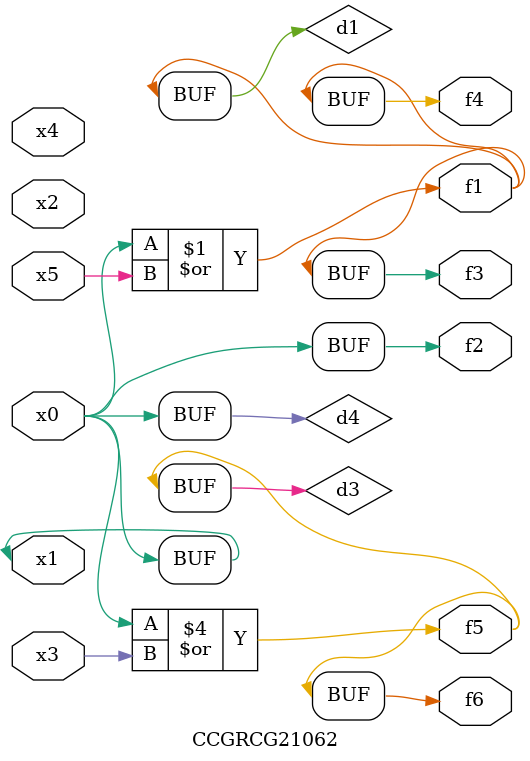
<source format=v>
module CCGRCG21062(
	input x0, x1, x2, x3, x4, x5,
	output f1, f2, f3, f4, f5, f6
);

	wire d1, d2, d3, d4;

	or (d1, x0, x5);
	xnor (d2, x1, x4);
	or (d3, x0, x3);
	buf (d4, x0, x1);
	assign f1 = d1;
	assign f2 = d4;
	assign f3 = d1;
	assign f4 = d1;
	assign f5 = d3;
	assign f6 = d3;
endmodule

</source>
